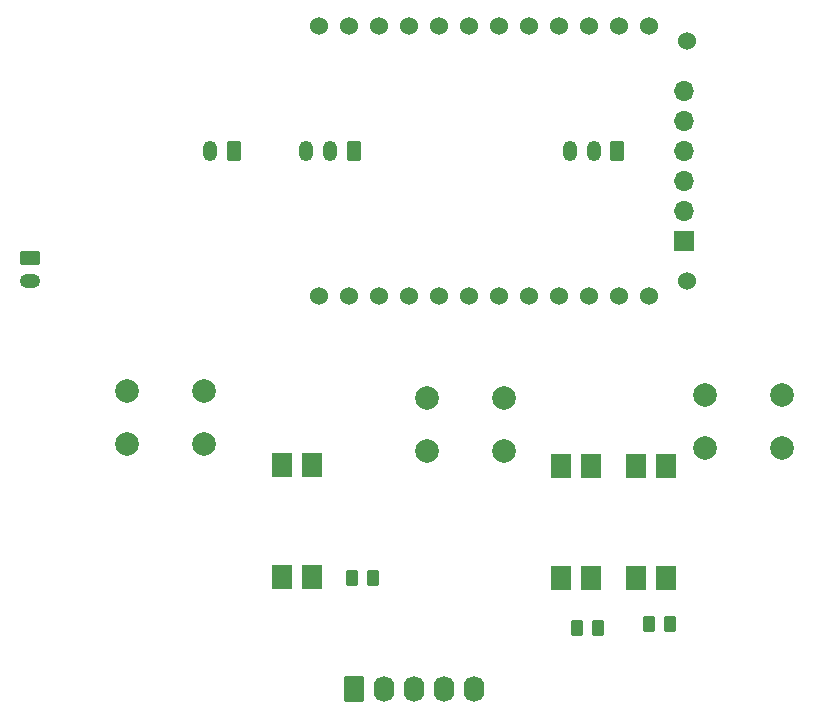
<source format=gbr>
%TF.GenerationSoftware,KiCad,Pcbnew,6.0.0-d3dd2cf0fa~116~ubuntu21.04.1*%
%TF.CreationDate,2022-01-04T14:06:44-05:00*%
%TF.ProjectId,control_pcb,636f6e74-726f-46c5-9f70-63622e6b6963,rev?*%
%TF.SameCoordinates,Original*%
%TF.FileFunction,Soldermask,Bot*%
%TF.FilePolarity,Negative*%
%FSLAX46Y46*%
G04 Gerber Fmt 4.6, Leading zero omitted, Abs format (unit mm)*
G04 Created by KiCad (PCBNEW 6.0.0-d3dd2cf0fa~116~ubuntu21.04.1) date 2022-01-04 14:06:44*
%MOMM*%
%LPD*%
G01*
G04 APERTURE LIST*
G04 Aperture macros list*
%AMRoundRect*
0 Rectangle with rounded corners*
0 $1 Rounding radius*
0 $2 $3 $4 $5 $6 $7 $8 $9 X,Y pos of 4 corners*
0 Add a 4 corners polygon primitive as box body*
4,1,4,$2,$3,$4,$5,$6,$7,$8,$9,$2,$3,0*
0 Add four circle primitives for the rounded corners*
1,1,$1+$1,$2,$3*
1,1,$1+$1,$4,$5*
1,1,$1+$1,$6,$7*
1,1,$1+$1,$8,$9*
0 Add four rect primitives between the rounded corners*
20,1,$1+$1,$2,$3,$4,$5,0*
20,1,$1+$1,$4,$5,$6,$7,0*
20,1,$1+$1,$6,$7,$8,$9,0*
20,1,$1+$1,$8,$9,$2,$3,0*%
G04 Aperture macros list end*
%ADD10R,1.780000X2.000000*%
%ADD11RoundRect,0.250000X-0.262500X-0.450000X0.262500X-0.450000X0.262500X0.450000X-0.262500X0.450000X0*%
%ADD12RoundRect,0.250000X-0.620000X-0.845000X0.620000X-0.845000X0.620000X0.845000X-0.620000X0.845000X0*%
%ADD13O,1.740000X2.190000*%
%ADD14C,1.524000*%
%ADD15C,2.000000*%
%ADD16O,1.200000X1.750000*%
%ADD17RoundRect,0.250000X0.350000X0.625000X-0.350000X0.625000X-0.350000X-0.625000X0.350000X-0.625000X0*%
%ADD18RoundRect,0.250000X-0.625000X0.350000X-0.625000X-0.350000X0.625000X-0.350000X0.625000X0.350000X0*%
%ADD19O,1.750000X1.200000*%
%ADD20R,1.700000X1.700000*%
%ADD21O,1.700000X1.700000*%
G04 APERTURE END LIST*
D10*
%TO.C,U3*%
X128270000Y-116901000D03*
X130810000Y-126431000D03*
X130810000Y-116901000D03*
X128270000Y-126431000D03*
%TD*%
%TO.C,U2*%
X160782000Y-126492000D03*
X158242000Y-116962000D03*
X158242000Y-126492000D03*
X160782000Y-116962000D03*
%TD*%
%TO.C,U1*%
X154432000Y-126492000D03*
X151892000Y-116962000D03*
X151892000Y-126492000D03*
X154432000Y-116962000D03*
%TD*%
D11*
%TO.C,R3*%
X134215500Y-126492000D03*
X136040500Y-126492000D03*
%TD*%
%TO.C,R2*%
X159361500Y-130363000D03*
X161186500Y-130363000D03*
%TD*%
%TO.C,R1*%
X153265500Y-130720500D03*
X155090500Y-130720500D03*
%TD*%
D12*
%TO.C,J4*%
X134366000Y-135870000D03*
D13*
X136906000Y-135870000D03*
X139446000Y-135870000D03*
X141986000Y-135870000D03*
X144526000Y-135870000D03*
%TD*%
D14*
%TO.C,TTGO1*%
X162581000Y-80982000D03*
X162581000Y-101302000D03*
X131466000Y-102572000D03*
X134006000Y-102572000D03*
X136546000Y-102572000D03*
X139086000Y-102572000D03*
X141626000Y-102572000D03*
X144166000Y-102572000D03*
X146706000Y-102572000D03*
X149246000Y-102572000D03*
X151786000Y-102572000D03*
X154326000Y-102572000D03*
X156866000Y-102572000D03*
X159406000Y-102572000D03*
X159406000Y-79712000D03*
X156866000Y-79712000D03*
X154326000Y-79712000D03*
X151786000Y-79712000D03*
X149246000Y-79712000D03*
X146706000Y-79712000D03*
X144166000Y-79712000D03*
X141626000Y-79712000D03*
X139086000Y-79712000D03*
X136546000Y-79712000D03*
X134006000Y-79712000D03*
X131466000Y-79712000D03*
%TD*%
D15*
%TO.C,SW2*%
X121666000Y-110672000D03*
X115166000Y-110672000D03*
X121666000Y-115172000D03*
X115166000Y-115172000D03*
%TD*%
%TO.C,SW3*%
X147066000Y-111252000D03*
X140566000Y-111252000D03*
X147066000Y-115752000D03*
X140566000Y-115752000D03*
%TD*%
%TO.C,SW4*%
X164136000Y-110962000D03*
X170636000Y-110962000D03*
X170636000Y-115462000D03*
X164136000Y-115462000D03*
%TD*%
D16*
%TO.C,J3*%
X130366000Y-90352000D03*
X132366000Y-90352000D03*
D17*
X134366000Y-90352000D03*
%TD*%
%TO.C,J5*%
X156686000Y-90352000D03*
D16*
X154686000Y-90352000D03*
X152686000Y-90352000D03*
%TD*%
D18*
%TO.C,J6*%
X106934000Y-99346000D03*
D19*
X106934000Y-101346000D03*
%TD*%
D17*
%TO.C,J2*%
X124206000Y-90352000D03*
D16*
X122206000Y-90352000D03*
%TD*%
D20*
%TO.C,J1*%
X162306000Y-97972000D03*
D21*
X162306000Y-95432000D03*
X162306000Y-92892000D03*
X162306000Y-90352000D03*
X162306000Y-87812000D03*
X162306000Y-85272000D03*
%TD*%
M02*

</source>
